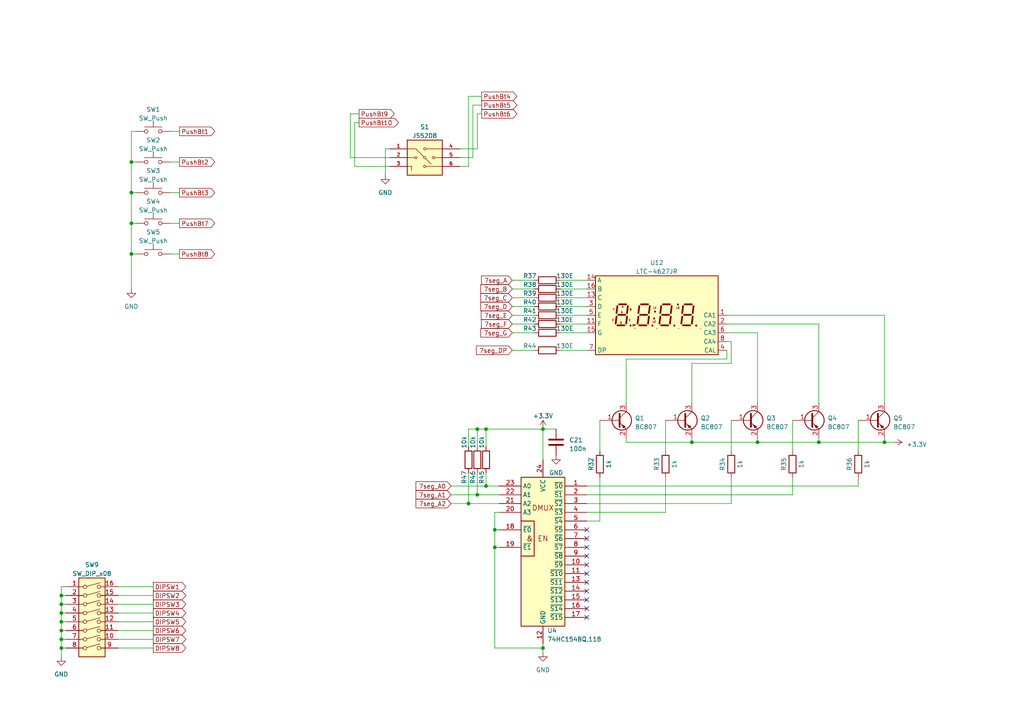
<source format=kicad_sch>
(kicad_sch (version 20230121) (generator eeschema)
  (paper "A4")
  (lib_symbols
    (symbol "74xx_IEEE:74154"
      (property "Reference" "U" (at 6.35 25.4 0))
      (property "Value" "74154" (at 7.62 -21.59 0))
      (symbol "74154_0_0"
        (rectangle (start -6.35 22.86) (end 6.35 -20.32) (stroke (width 0.254)) (fill (type background)))
        (polyline (pts (xy -6.35 10.16) (xy -2.54 10.16) (xy -2.54 0) (xy -6.35 0) (xy -6.35 0)) (stroke (width 0.254)) (fill (type background)))
        (text "&" (at -3.81 5.08 0) (effects (font (size 1.524 1.524))))
        (text "DMUX" (at 0 13.97 0) (effects (font (size 1.524 1.524))))
        (text "EN" (at 0 5.08 0) (effects (font (size 1.524 1.524))))
        (pin power_in line (at 0 -25.4 90) (length 5.08) (name "GND") (number "12"))
        (pin power_in line (at 0 27.94 270) (length 5.08) (name "VCC") (number "24"))
      )
      (symbol "74154_1_1"
        (pin output line (at 12.7 20.32 180) (length 6.35) (name "~{S0}") (number "1"))
        (pin output line (at 12.7 -2.54 180) (length 6.35) (name "~{S9}") (number "10"))
        (pin output line (at 12.7 -5.08 180) (length 6.35) (name "~{S10}") (number "11"))
        (pin output line (at 12.7 -7.62 180) (length 6.35) (name "~{S11}") (number "13"))
        (pin output line (at 12.7 -10.16 180) (length 6.35) (name "~{S12}") (number "14"))
        (pin input line (at 12.7 -12.7 180) (length 6.35) (name "~{S13}") (number "15"))
        (pin output line (at 12.7 -15.24 180) (length 6.35) (name "~{S14}") (number "16"))
        (pin output line (at 12.7 -17.78 180) (length 6.35) (name "~{S15}") (number "17"))
        (pin input line (at -12.7 7.62 0) (length 6.35) (name "~{E0}") (number "18"))
        (pin input line (at -12.7 2.54 0) (length 6.35) (name "~{E1}") (number "19"))
        (pin output line (at 12.7 17.78 180) (length 6.35) (name "~{S1}") (number "2"))
        (pin input line (at -12.7 12.7 0) (length 6.35) (name "A3") (number "20"))
        (pin input line (at -12.7 15.24 0) (length 6.35) (name "A2") (number "21"))
        (pin input line (at -12.7 17.78 0) (length 6.35) (name "A1") (number "22"))
        (pin input line (at -12.7 20.32 0) (length 6.35) (name "A0") (number "23"))
        (pin output line (at 12.7 15.24 180) (length 6.35) (name "~{S2}") (number "3"))
        (pin output line (at 12.7 12.7 180) (length 6.35) (name "~{S3}") (number "4"))
        (pin output line (at 12.7 10.16 180) (length 6.35) (name "~{S4}") (number "5"))
        (pin output line (at 12.7 7.62 180) (length 6.35) (name "~{S5}") (number "6"))
        (pin output line (at 12.7 5.08 180) (length 6.35) (name "~{S6}") (number "7"))
        (pin output line (at 12.7 2.54 180) (length 6.35) (name "~{S7}") (number "8"))
        (pin output line (at 12.7 0 180) (length 6.35) (name "~{S8}") (number "9"))
      )
    )
    (symbol "Device:C" (pin_numbers hide) (pin_names (offset 0.254))
      (property "Reference" "C" (at 0.635 2.54 0))
      (property "Value" "C" (at 0.635 -2.54 0))
      (symbol "C_0_1"
        (polyline (pts (xy -2.032 -0.762) (xy 2.032 -0.762)) (stroke (width 0.508)))
        (polyline (pts (xy -2.032 0.762) (xy 2.032 0.762)) (stroke (width 0.508)))
      )
      (symbol "C_1_1"
        (pin passive line (at 0 3.81 270) (length 2.794) (name "~") (number "1"))
        (pin passive line (at 0 -3.81 90) (length 2.794) (name "~") (number "2"))
      )
    )
    (symbol "Device:R" (pin_numbers hide) (pin_names (offset 0))
      (property "Reference" "R" (at 2.032 0 90))
      (property "Value" "R" (at 0 0 90))
      (symbol "R_0_1"
        (rectangle (start -1.016 -2.54) (end 1.016 2.54) (stroke (width 0.254)))
      )
      (symbol "R_1_1"
        (pin passive line (at 0 3.81 270) (length 1.27) (name "~") (number "1"))
        (pin passive line (at 0 -3.81 90) (length 1.27) (name "~") (number "2"))
      )
    )
    (symbol "Display_Character:LTC-4627JR"
      (property "Reference" "U" (at -17.78 12.7 0))
      (property "Value" "LTC-4627JR" (at 17.78 12.7 0))
      (symbol "LTC-4627JR_0_1"
        (rectangle (start -17.78 -11.43) (end 17.78 11.43) (stroke (width 0.254)) (fill (type background)))
        (rectangle (start -6.35 -3.81) (end -6.35 -3.81) (stroke (width 0.254)))
        (rectangle (start 0 -3.81) (end 0 -3.81) (stroke (width 0.254)))
        (polyline (pts (xy -6.35 -3.81) (xy -6.35 -3.81)) (stroke (width 0.254)))
        (polyline (pts (xy 0 -3.81) (xy 0 -3.81)) (stroke (width 0.254)))
        (polyline (pts (xy 6.35 -3.81) (xy 6.35 -3.81)) (stroke (width 0.254)))
        (polyline (pts (xy 12.7 -3.81) (xy 12.7 -3.81)) (stroke (width 0.254)))
        (rectangle (start 6.35 -3.81) (end 6.35 -3.81) (stroke (width 0.254)))
        (rectangle (start 12.7 -3.81) (end 12.7 -3.81) (stroke (width 0.254)))
      )
      (symbol "LTC-4627JR_1_0"
        (text "A" (at -9.906 2.413 0) (effects (font (size 0.508 0.508))))
        (text "B" (at -7.62 1.651 0) (effects (font (size 0.508 0.508))))
        (text "C" (at -7.874 -1.397 0) (effects (font (size 0.508 0.508))))
        (text "D" (at -10.414 -2.159 0) (effects (font (size 0.508 0.508))))
        (text "DP" (at -6.604 -2.921 0) (effects (font (size 0.508 0.508))))
        (text "E" (at -12.7 -1.397 0) (effects (font (size 0.508 0.508))))
        (text "F" (at -12.446 1.651 0) (effects (font (size 0.508 0.508))))
        (text "G" (at -10.16 0.889 0) (effects (font (size 0.508 0.508))))
        (text "L1" (at -0.508 2.159 0) (effects (font (size 0.508 0.508))))
        (text "L2" (at -0.762 -1.905 0) (effects (font (size 0.508 0.508))))
        (text "L3" (at 6.096 2.159 0) (effects (font (size 0.508 0.508))))
      )
      (symbol "LTC-4627JR_1_1"
        (polyline (pts (xy -11.684 -0.381) (xy -11.938 -2.413)) (stroke (width 0.508)))
        (polyline (pts (xy -11.43 -2.921) (xy -9.398 -2.921)) (stroke (width 0.508)))
        (polyline (pts (xy -11.43 2.667) (xy -11.684 0.635)) (stroke (width 0.508)))
        (polyline (pts (xy -11.176 0.127) (xy -9.144 0.127)) (stroke (width 0.508)))
        (polyline (pts (xy -10.922 3.175) (xy -8.89 3.175)) (stroke (width 0.508)))
        (polyline (pts (xy -8.636 -0.381) (xy -8.89 -2.413)) (stroke (width 0.508)))
        (polyline (pts (xy -8.382 2.667) (xy -8.636 0.635)) (stroke (width 0.508)))
        (polyline (pts (xy -7.62 -3.048) (xy -7.62 -2.921)) (stroke (width 0.508)))
        (polyline (pts (xy -5.334 -0.381) (xy -5.588 -2.413)) (stroke (width 0.508)))
        (polyline (pts (xy -5.08 -2.921) (xy -3.048 -2.921)) (stroke (width 0.508)))
        (polyline (pts (xy -5.08 2.667) (xy -5.334 0.635)) (stroke (width 0.508)))
        (polyline (pts (xy -4.826 0.127) (xy -2.794 0.127)) (stroke (width 0.508)))
        (polyline (pts (xy -4.572 3.175) (xy -2.54 3.175)) (stroke (width 0.508)))
        (polyline (pts (xy -2.286 -0.381) (xy -2.54 -2.413)) (stroke (width 0.508)))
        (polyline (pts (xy -2.032 2.667) (xy -2.286 0.635)) (stroke (width 0.508)))
        (polyline (pts (xy -1.27 -3.048) (xy -1.27 -2.921)) (stroke (width 0.508)))
        (polyline (pts (xy -0.762 -1.016) (xy -0.762 -0.889)) (stroke (width 0.508)))
        (polyline (pts (xy -0.508 1.016) (xy -0.508 1.143)) (stroke (width 0.508)))
        (polyline (pts (xy 1.016 -0.381) (xy 0.762 -2.413)) (stroke (width 0.508)))
        (polyline (pts (xy 1.27 -2.921) (xy 3.302 -2.921)) (stroke (width 0.508)))
        (polyline (pts (xy 1.27 2.667) (xy 1.016 0.635)) (stroke (width 0.508)))
        (polyline (pts (xy 1.524 0.127) (xy 3.556 0.127)) (stroke (width 0.508)))
        (polyline (pts (xy 1.778 3.175) (xy 3.81 3.175)) (stroke (width 0.508)))
        (polyline (pts (xy 4.064 -0.381) (xy 3.81 -2.413)) (stroke (width 0.508)))
        (polyline (pts (xy 4.318 2.667) (xy 4.064 0.635)) (stroke (width 0.508)))
        (polyline (pts (xy 5.08 -3.048) (xy 5.08 -2.921)) (stroke (width 0.508)))
        (polyline (pts (xy 6.096 3.048) (xy 6.096 3.175)) (stroke (width 0.508)))
        (polyline (pts (xy 7.366 -0.381) (xy 7.112 -2.413)) (stroke (width 0.508)))
        (polyline (pts (xy 7.62 -2.921) (xy 9.652 -2.921)) (stroke (width 0.508)))
        (polyline (pts (xy 7.62 2.667) (xy 7.366 0.635)) (stroke (width 0.508)))
        (polyline (pts (xy 7.874 0.127) (xy 9.906 0.127)) (stroke (width 0.508)))
        (polyline (pts (xy 8.128 3.175) (xy 10.16 3.175)) (stroke (width 0.508)))
        (polyline (pts (xy 10.414 -0.381) (xy 10.16 -2.413)) (stroke (width 0.508)))
        (polyline (pts (xy 10.668 2.667) (xy 10.414 0.635)) (stroke (width 0.508)))
        (polyline (pts (xy 11.43 -3.048) (xy 11.43 -2.921)) (stroke (width 0.508)))
        (pin input line (at 20.32 0 180) (length 2.54) (name "CA1") (number "1"))
        (pin input line (at -20.32 -2.54 0) (length 2.54) (name "F") (number "11"))
        (pin input line (at -20.32 5.08 0) (length 2.54) (name "C") (number "13"))
        (pin input line (at -20.32 10.16 0) (length 2.54) (name "A") (number "14"))
        (pin input line (at -20.32 -5.08 0) (length 2.54) (name "G") (number "15"))
        (pin input line (at -20.32 7.62 0) (length 2.54) (name "B") (number "16"))
        (pin input line (at 20.32 -2.54 180) (length 2.54) (name "CA2") (number "2"))
        (pin input line (at -20.32 2.54 0) (length 2.54) (name "D") (number "3"))
        (pin input line (at 20.32 -10.16 180) (length 2.54) (name "CAL") (number "4"))
        (pin input line (at -20.32 0 0) (length 2.54) (name "E") (number "5"))
        (pin input line (at 20.32 -5.08 180) (length 2.54) (name "CA3") (number "6"))
        (pin input line (at -20.32 -10.16 0) (length 2.54) (name "DP") (number "7"))
        (pin input line (at 20.32 -7.62 180) (length 2.54) (name "CA4") (number "8"))
        (pin no_connect line (at 17.78 7.62 180) (length 2.54) hide (name "NC") (number "9"))
      )
    )
    (symbol "Switch:SW_DIP_x08" (pin_names (offset 0) hide)
      (property "Reference" "SW" (at 0 13.97 0))
      (property "Value" "SW_DIP_x08" (at 0 -11.43 0))
      (symbol "SW_DIP_x08_0_0"
        (circle (center -2.032 -7.62) (radius 0.508))
        (circle (center -2.032 -5.08) (radius 0.508))
        (circle (center -2.032 -2.54) (radius 0.508))
        (circle (center -2.032 0) (radius 0.508))
        (circle (center -2.032 2.54) (radius 0.508))
        (circle (center -2.032 5.08) (radius 0.508))
        (circle (center -2.032 7.62) (radius 0.508))
        (circle (center -2.032 10.16) (radius 0.508))
        (polyline (pts (xy -1.524 -7.4676) (xy 2.3622 -6.4262)))
        (polyline (pts (xy -1.524 -4.9276) (xy 2.3622 -3.8862)))
        (polyline (pts (xy -1.524 -2.3876) (xy 2.3622 -1.3462)))
        (polyline (pts (xy -1.524 0.127) (xy 2.3622 1.1684)))
        (polyline (pts (xy -1.524 2.667) (xy 2.3622 3.7084)))
        (polyline (pts (xy -1.524 5.207) (xy 2.3622 6.2484)))
        (polyline (pts (xy -1.524 7.747) (xy 2.3622 8.7884)))
        (polyline (pts (xy -1.524 10.287) (xy 2.3622 11.3284)))
        (circle (center 2.032 -7.62) (radius 0.508))
        (circle (center 2.032 -5.08) (radius 0.508))
        (circle (center 2.032 -2.54) (radius 0.508))
        (circle (center 2.032 0) (radius 0.508))
        (circle (center 2.032 2.54) (radius 0.508))
        (circle (center 2.032 5.08) (radius 0.508))
        (circle (center 2.032 7.62) (radius 0.508))
        (circle (center 2.032 10.16) (radius 0.508))
      )
      (symbol "SW_DIP_x08_0_1"
        (rectangle (start -3.81 12.7) (end 3.81 -10.16) (stroke (width 0.254)) (fill (type background)))
      )
      (symbol "SW_DIP_x08_1_1"
        (pin passive line (at -7.62 10.16 0) (length 5.08) (name "~") (number "1"))
        (pin passive line (at 7.62 -5.08 180) (length 5.08) (name "~") (number "10"))
        (pin passive line (at 7.62 -2.54 180) (length 5.08) (name "~") (number "11"))
        (pin passive line (at 7.62 0 180) (length 5.08) (name "~") (number "12"))
        (pin passive line (at 7.62 2.54 180) (length 5.08) (name "~") (number "13"))
        (pin passive line (at 7.62 5.08 180) (length 5.08) (name "~") (number "14"))
        (pin passive line (at 7.62 7.62 180) (length 5.08) (name "~") (number "15"))
        (pin passive line (at 7.62 10.16 180) (length 5.08) (name "~") (number "16"))
        (pin passive line (at -7.62 7.62 0) (length 5.08) (name "~") (number "2"))
        (pin passive line (at -7.62 5.08 0) (length 5.08) (name "~") (number "3"))
        (pin passive line (at -7.62 2.54 0) (length 5.08) (name "~") (number "4"))
        (pin passive line (at -7.62 0 0) (length 5.08) (name "~") (number "5"))
        (pin passive line (at -7.62 -2.54 0) (length 5.08) (name "~") (number "6"))
        (pin passive line (at -7.62 -5.08 0) (length 5.08) (name "~") (number "7"))
        (pin passive line (at -7.62 -7.62 0) (length 5.08) (name "~") (number "8"))
        (pin passive line (at 7.62 -7.62 180) (length 5.08) (name "~") (number "9"))
      )
    )
    (symbol "Switch:SW_Push" (pin_numbers hide) (pin_names (offset 1.016) hide)
      (property "Reference" "SW" (at 1.27 2.54 0))
      (property "Value" "SW_Push" (at 0 -1.524 0))
      (symbol "SW_Push_0_1"
        (circle (center -2.032 0) (radius 0.508))
        (polyline (pts (xy 0 1.27) (xy 0 3.048)))
        (polyline (pts (xy 2.54 1.27) (xy -2.54 1.27)))
        (circle (center 2.032 0) (radius 0.508))
        (pin passive line (at -5.08 0 0) (length 2.54) (name "1") (number "1"))
        (pin passive line (at 5.08 0 180) (length 2.54) (name "2") (number "2"))
      )
    )
    (symbol "Transistor_BJT:BC807" (pin_names (offset 0) hide)
      (property "Reference" "Q" (at 5.08 1.905 0))
      (property "Value" "BC807" (at 5.08 0 0))
      (symbol "BC807_0_1"
        (polyline (pts (xy 0.635 0.635) (xy 2.54 2.54)))
        (polyline (pts (xy 0.635 -0.635) (xy 2.54 -2.54) (xy 2.54 -2.54)))
        (polyline (pts (xy 0.635 1.905) (xy 0.635 -1.905) (xy 0.635 -1.905)) (stroke (width 0.508)))
        (polyline (pts (xy 2.286 -1.778) (xy 1.778 -2.286) (xy 1.27 -1.27) (xy 2.286 -1.778) (xy 2.286 -1.778)) (fill (type outline)))
        (circle (center 1.27 0) (radius 2.8194) (stroke (width 0.254)))
      )
      (symbol "BC807_1_1"
        (pin input line (at -5.08 0 0) (length 5.715) (name "B") (number "1"))
        (pin passive line (at 2.54 -5.08 90) (length 2.54) (name "E") (number "2"))
        (pin passive line (at 2.54 5.08 270) (length 2.54) (name "C") (number "3"))
      )
    )
    (symbol "gecko5education:JS5208" (pin_names (offset 1.016))
      (property "Reference" "S" (at -5.08 6.35 0))
      (property "Value" "JS5208" (at -5.08 -7.62 0))
      (symbol "JS5208_0_0"
        (rectangle (start -5.08 -5.08) (end 5.08 5.08) (stroke (width 0.254)) (fill (type background)))
        (circle (center -2.54 0) (radius 0.3302) (stroke (width 0.1524)))
        (circle (center 0 -2.54) (radius 0.3302) (stroke (width 0.1524)))
        (polyline (pts (xy -5.08 -2.54) (xy -3.81 -2.54)) (stroke (width 0.1524)))
        (polyline (pts (xy -5.08 0) (xy -2.921 0)) (stroke (width 0.1524)))
        (polyline (pts (xy -5.08 2.54) (xy -2.54 2.54)) (stroke (width 0.1524)))
        (polyline (pts (xy -3.81 -2.54) (xy -3.81 -3.81)) (stroke (width 0.1524)))
        (polyline (pts (xy -2.54 2.54) (xy -0.254 0.254)) (stroke (width 0.1524)))
        (polyline (pts (xy 0.254 -0.254) (xy 1.905 -1.905)) (stroke (width 0.1524)))
        (polyline (pts (xy 0.381 -2.54) (xy 5.08 -2.54)) (stroke (width 0.1524)))
        (polyline (pts (xy 0.381 2.54) (xy 5.08 2.54)) (stroke (width 0.1524)))
        (polyline (pts (xy 2.921 0) (xy 5.08 0)) (stroke (width 0.1524)))
        (circle (center 0 0) (radius 0.3302) (stroke (width 0.1524)))
        (circle (center 0 2.54) (radius 0.3302) (stroke (width 0.1524)))
        (circle (center 2.54 0) (radius 0.3302) (stroke (width 0.1524)))
        (pin passive line (at -10.16 2.54 0) (length 5.08) (name "~") (number "1"))
        (pin passive line (at -10.16 0 0) (length 5.08) (name "~") (number "2"))
        (pin passive line (at -10.16 -2.54 0) (length 5.08) (name "~") (number "3"))
        (pin passive line (at 10.16 2.54 180) (length 5.08) (name "~") (number "4"))
        (pin passive line (at 10.16 0 180) (length 5.08) (name "~") (number "5"))
        (pin passive line (at 10.16 -2.54 180) (length 5.08) (name "~") (number "6"))
      )
    )
    (symbol "power:+3.3V" (power) (pin_names (offset 0))
      (property "Value" "+3.3V" (at 0 3.556 0))
      (symbol "+3.3V_0_1"
        (polyline (pts (xy -0.762 1.27) (xy 0 2.54)))
        (polyline (pts (xy 0 0) (xy 0 2.54)))
        (polyline (pts (xy 0 2.54) (xy 0.762 1.27)))
      )
      (symbol "+3.3V_1_1"
        (pin power_in line (at 0 0 90) (length 0) hide (name "+3.3V") (number "1"))
      )
    )
    (symbol "power:GND" (power) (pin_names (offset 0))
      (property "Value" "GND" (at 0 -3.81 0))
      (symbol "GND_0_1"
        (polyline (pts (xy 0 0) (xy 0 -1.27) (xy 1.27 -1.27) (xy 0 -2.54) (xy -1.27 -1.27) (xy 0 -1.27)))
      )
      (symbol "GND_1_1"
        (pin power_in line (at 0 0 270) (length 0) hide (name "GND") (number "1"))
      )
    )
  )
  (junction (at 219.71 128.27))
  (junction (at 38.1 64.77))
  (junction (at 38.1 46.99))
  (junction (at 143.51 158.75))
  (junction (at 17.78 172.72))
  (junction (at 38.1 73.66))
  (junction (at 17.78 185.42))
  (junction (at 140.97 124.46))
  (junction (at 140.97 140.97))
  (junction (at 17.78 177.8))
  (junction (at 135.89 146.05))
  (junction (at 200.66 128.27))
  (junction (at 17.78 182.88))
  (junction (at 138.43 143.51))
  (junction (at 143.51 153.67))
  (junction (at 256.54 128.27))
  (junction (at 157.48 187.96))
  (junction (at 38.1 55.88))
  (junction (at 138.43 124.46))
  (junction (at 17.78 175.26))
  (junction (at 237.49 128.27))
  (junction (at 157.48 124.46))
  (junction (at 17.78 180.34))
  (junction (at 17.78 187.96))
  (no_connect (at 170.18 153.67))
  (no_connect (at 170.18 168.91))
  (no_connect (at 170.18 158.75))
  (no_connect (at 170.18 163.83))
  (no_connect (at 170.18 171.45))
  (no_connect (at 170.18 173.99))
  (no_connect (at 170.18 166.37))
  (no_connect (at 170.18 156.21))
  (no_connect (at 170.18 161.29))
  (no_connect (at 170.18 179.07))
  (no_connect (at 170.18 176.53))
  (wire (pts (xy 17.78 172.72) (xy 17.78 175.26)))
  (wire (pts (xy 104.14 33.02) (xy 101.6 33.02)))
  (wire (pts (xy 210.82 93.98) (xy 237.49 93.98)))
  (wire (pts (xy 229.87 121.92) (xy 229.87 130.81)))
  (wire (pts (xy 148.59 101.6) (xy 154.94 101.6)))
  (wire (pts (xy 101.6 45.72) (xy 113.03 45.72)))
  (wire (pts (xy 34.29 180.34) (xy 44.45 180.34)))
  (wire (pts (xy 133.35 48.26) (xy 135.89 48.26)))
  (wire (pts (xy 229.87 138.43) (xy 229.87 143.51)))
  (wire (pts (xy 148.59 83.82) (xy 154.94 83.82)))
  (wire (pts (xy 210.82 99.06) (xy 212.09 99.06)))
  (wire (pts (xy 143.51 187.96) (xy 143.51 158.75)))
  (wire (pts (xy 104.14 35.56) (xy 102.87 35.56)))
  (wire (pts (xy 143.51 158.75) (xy 144.78 158.75)))
  (wire (pts (xy 135.89 124.46) (xy 138.43 124.46)))
  (wire (pts (xy 17.78 187.96) (xy 19.05 187.96)))
  (wire (pts (xy 157.48 186.69) (xy 157.48 187.96)))
  (wire (pts (xy 17.78 187.96) (xy 17.78 190.5)))
  (wire (pts (xy 17.78 170.18) (xy 17.78 172.72)))
  (wire (pts (xy 173.99 121.92) (xy 173.99 130.81)))
  (wire (pts (xy 139.7 33.02) (xy 138.43 33.02)))
  (wire (pts (xy 248.92 121.92) (xy 248.92 130.81)))
  (wire (pts (xy 130.81 140.97) (xy 140.97 140.97)))
  (wire (pts (xy 135.89 27.94) (xy 135.89 48.26)))
  (wire (pts (xy 49.53 46.99) (xy 52.07 46.99)))
  (wire (pts (xy 17.78 177.8) (xy 17.78 180.34)))
  (wire (pts (xy 34.29 177.8) (xy 44.45 177.8)))
  (wire (pts (xy 212.09 146.05) (xy 212.09 138.43)))
  (wire (pts (xy 38.1 64.77) (xy 38.1 73.66)))
  (wire (pts (xy 181.61 127) (xy 181.61 128.27)))
  (wire (pts (xy 157.48 124.46) (xy 161.29 124.46)))
  (wire (pts (xy 130.81 143.51) (xy 138.43 143.51)))
  (wire (pts (xy 148.59 91.44) (xy 154.94 91.44)))
  (wire (pts (xy 144.78 148.59) (xy 143.51 148.59)))
  (wire (pts (xy 173.99 151.13) (xy 173.99 138.43)))
  (wire (pts (xy 38.1 55.88) (xy 39.37 55.88)))
  (wire (pts (xy 139.7 30.48) (xy 137.16 30.48)))
  (wire (pts (xy 148.59 81.28) (xy 154.94 81.28)))
  (wire (pts (xy 193.04 148.59) (xy 170.18 148.59)))
  (wire (pts (xy 34.29 172.72) (xy 44.45 172.72)))
  (wire (pts (xy 17.78 185.42) (xy 17.78 187.96)))
  (wire (pts (xy 162.56 86.36) (xy 170.18 86.36)))
  (wire (pts (xy 111.76 50.8) (xy 111.76 43.18)))
  (wire (pts (xy 137.16 30.48) (xy 137.16 45.72)))
  (wire (pts (xy 49.53 64.77) (xy 52.07 64.77)))
  (wire (pts (xy 38.1 55.88) (xy 38.1 64.77)))
  (wire (pts (xy 193.04 121.92) (xy 193.04 130.81)))
  (wire (pts (xy 130.81 146.05) (xy 135.89 146.05)))
  (wire (pts (xy 256.54 91.44) (xy 256.54 116.84)))
  (wire (pts (xy 237.49 127) (xy 237.49 128.27)))
  (wire (pts (xy 200.66 105.41) (xy 200.66 116.84)))
  (wire (pts (xy 237.49 128.27) (xy 256.54 128.27)))
  (wire (pts (xy 140.97 124.46) (xy 140.97 129.54)))
  (wire (pts (xy 256.54 128.27) (xy 256.54 127)))
  (wire (pts (xy 181.61 104.14) (xy 210.82 104.14)))
  (wire (pts (xy 17.78 175.26) (xy 17.78 177.8)))
  (wire (pts (xy 181.61 116.84) (xy 181.61 104.14)))
  (wire (pts (xy 38.1 46.99) (xy 39.37 46.99)))
  (wire (pts (xy 34.29 175.26) (xy 44.45 175.26)))
  (wire (pts (xy 157.48 124.46) (xy 157.48 133.35)))
  (wire (pts (xy 135.89 129.54) (xy 135.89 124.46)))
  (wire (pts (xy 101.6 33.02) (xy 101.6 45.72)))
  (wire (pts (xy 135.89 137.16) (xy 135.89 146.05)))
  (wire (pts (xy 229.87 143.51) (xy 170.18 143.51)))
  (wire (pts (xy 111.76 43.18) (xy 113.03 43.18)))
  (wire (pts (xy 34.29 182.88) (xy 44.45 182.88)))
  (wire (pts (xy 138.43 143.51) (xy 138.43 137.16)))
  (wire (pts (xy 212.09 121.92) (xy 212.09 130.81)))
  (wire (pts (xy 200.66 128.27) (xy 219.71 128.27)))
  (wire (pts (xy 181.61 128.27) (xy 200.66 128.27)))
  (wire (pts (xy 248.92 140.97) (xy 248.92 138.43)))
  (wire (pts (xy 17.78 175.26) (xy 19.05 175.26)))
  (wire (pts (xy 144.78 143.51) (xy 138.43 143.51)))
  (wire (pts (xy 170.18 151.13) (xy 173.99 151.13)))
  (wire (pts (xy 210.82 96.52) (xy 219.71 96.52)))
  (wire (pts (xy 200.66 127) (xy 200.66 128.27)))
  (wire (pts (xy 219.71 128.27) (xy 237.49 128.27)))
  (wire (pts (xy 148.59 96.52) (xy 154.94 96.52)))
  (wire (pts (xy 38.1 73.66) (xy 39.37 73.66)))
  (wire (pts (xy 34.29 185.42) (xy 44.45 185.42)))
  (wire (pts (xy 143.51 153.67) (xy 143.51 158.75)))
  (wire (pts (xy 140.97 137.16) (xy 140.97 140.97)))
  (wire (pts (xy 148.59 88.9) (xy 154.94 88.9)))
  (wire (pts (xy 212.09 99.06) (xy 212.09 105.41)))
  (wire (pts (xy 38.1 64.77) (xy 39.37 64.77)))
  (wire (pts (xy 17.78 182.88) (xy 19.05 182.88)))
  (wire (pts (xy 135.89 146.05) (xy 144.78 146.05)))
  (wire (pts (xy 193.04 138.43) (xy 193.04 148.59)))
  (wire (pts (xy 49.53 55.88) (xy 52.07 55.88)))
  (wire (pts (xy 210.82 104.14) (xy 210.82 101.6)))
  (wire (pts (xy 38.1 38.1) (xy 38.1 46.99)))
  (wire (pts (xy 138.43 124.46) (xy 138.43 129.54)))
  (wire (pts (xy 138.43 33.02) (xy 138.43 43.18)))
  (wire (pts (xy 143.51 148.59) (xy 143.51 153.67)))
  (wire (pts (xy 148.59 93.98) (xy 154.94 93.98)))
  (wire (pts (xy 138.43 124.46) (xy 140.97 124.46)))
  (wire (pts (xy 219.71 127) (xy 219.71 128.27)))
  (wire (pts (xy 157.48 187.96) (xy 143.51 187.96)))
  (wire (pts (xy 210.82 91.44) (xy 256.54 91.44)))
  (wire (pts (xy 38.1 46.99) (xy 38.1 55.88)))
  (wire (pts (xy 162.56 81.28) (xy 170.18 81.28)))
  (wire (pts (xy 140.97 124.46) (xy 157.48 124.46)))
  (wire (pts (xy 157.48 187.96) (xy 157.48 189.23)))
  (wire (pts (xy 170.18 140.97) (xy 248.92 140.97)))
  (wire (pts (xy 162.56 91.44) (xy 170.18 91.44)))
  (wire (pts (xy 219.71 96.52) (xy 219.71 116.84)))
  (wire (pts (xy 102.87 48.26) (xy 113.03 48.26)))
  (wire (pts (xy 170.18 146.05) (xy 212.09 146.05)))
  (wire (pts (xy 133.35 45.72) (xy 137.16 45.72)))
  (wire (pts (xy 102.87 35.56) (xy 102.87 48.26)))
  (wire (pts (xy 34.29 187.96) (xy 44.45 187.96)))
  (wire (pts (xy 256.54 128.27) (xy 259.08 128.27)))
  (wire (pts (xy 17.78 185.42) (xy 19.05 185.42)))
  (wire (pts (xy 237.49 93.98) (xy 237.49 116.84)))
  (wire (pts (xy 148.59 86.36) (xy 154.94 86.36)))
  (wire (pts (xy 38.1 73.66) (xy 38.1 83.82)))
  (wire (pts (xy 19.05 170.18) (xy 17.78 170.18)))
  (wire (pts (xy 139.7 27.94) (xy 135.89 27.94)))
  (wire (pts (xy 49.53 38.1) (xy 52.07 38.1)))
  (wire (pts (xy 133.35 43.18) (xy 138.43 43.18)))
  (wire (pts (xy 34.29 170.18) (xy 44.45 170.18)))
  (wire (pts (xy 162.56 101.6) (xy 170.18 101.6)))
  (wire (pts (xy 162.56 83.82) (xy 170.18 83.82)))
  (wire (pts (xy 17.78 172.72) (xy 19.05 172.72)))
  (wire (pts (xy 17.78 182.88) (xy 17.78 185.42)))
  (wire (pts (xy 17.78 180.34) (xy 19.05 180.34)))
  (wire (pts (xy 212.09 105.41) (xy 200.66 105.41)))
  (wire (pts (xy 162.56 88.9) (xy 170.18 88.9)))
  (wire (pts (xy 140.97 140.97) (xy 144.78 140.97)))
  (wire (pts (xy 39.37 38.1) (xy 38.1 38.1)))
  (wire (pts (xy 17.78 177.8) (xy 19.05 177.8)))
  (wire (pts (xy 162.56 93.98) (xy 170.18 93.98)))
  (wire (pts (xy 143.51 153.67) (xy 144.78 153.67)))
  (wire (pts (xy 17.78 180.34) (xy 17.78 182.88)))
  (wire (pts (xy 49.53 73.66) (xy 52.07 73.66)))
  (wire (pts (xy 162.56 96.52) (xy 170.18 96.52)))
  (global_label "PushBt5" (shape output) (at 139.7 30.48 0) (property "Intersheetrefs" "${INTERSHEET_REFS}" (effects hide)))
  (global_label "7seg_A" (shape input) (at 148.59 81.28 180) (property "Intersheetrefs" "${INTERSHEET_REFS}" (effects hide)))
  (global_label "DIPSW6" (shape output) (at 44.45 182.88 0) (property "Intersheetrefs" "${INTERSHEET_REFS}" (effects hide)))
  (global_label "7seg_A2" (shape input) (at 130.81 146.05 180) (property "Intersheetrefs" "${INTERSHEET_REFS}" (effects hide)))
  (global_label "7seg_G" (shape input) (at 148.59 96.52 180) (property "Intersheetrefs" "${INTERSHEET_REFS}" (effects hide)))
  (global_label "PushBt1" (shape output) (at 52.07 38.1 0) (property "Intersheetrefs" "${INTERSHEET_REFS}" (effects hide)))
  (global_label "PushBt10" (shape output) (at 104.14 35.56 0) (property "Intersheetrefs" "${INTERSHEET_REFS}" (effects hide)))
  (global_label "PushBt8" (shape output) (at 52.07 73.66 0) (property "Intersheetrefs" "${INTERSHEET_REFS}" (effects hide)))
  (global_label "7seg_B" (shape input) (at 148.59 83.82 180) (property "Intersheetrefs" "${INTERSHEET_REFS}" (effects hide)))
  (global_label "7seg_D" (shape input) (at 148.59 88.9 180) (property "Intersheetrefs" "${INTERSHEET_REFS}" (effects hide)))
  (global_label "DIPSW3" (shape output) (at 44.45 175.26 0) (property "Intersheetrefs" "${INTERSHEET_REFS}" (effects hide)))
  (global_label "7seg_DP" (shape input) (at 148.59 101.6 180) (property "Intersheetrefs" "${INTERSHEET_REFS}" (effects hide)))
  (global_label "DIPSW4" (shape output) (at 44.45 177.8 0) (property "Intersheetrefs" "${INTERSHEET_REFS}" (effects hide)))
  (global_label "PushBt7" (shape output) (at 52.07 64.77 0) (property "Intersheetrefs" "${INTERSHEET_REFS}" (effects hide)))
  (global_label "7seg_F" (shape input) (at 148.59 93.98 180) (property "Intersheetrefs" "${INTERSHEET_REFS}" (effects hide)))
  (global_label "7seg_A0" (shape input) (at 130.81 140.97 180) (property "Intersheetrefs" "${INTERSHEET_REFS}" (effects hide)))
  (global_label "DIPSW8" (shape output) (at 44.45 187.96 0) (property "Intersheetrefs" "${INTERSHEET_REFS}" (effects hide)))
  (global_label "PushBt3" (shape output) (at 52.07 55.88 0) (property "Intersheetrefs" "${INTERSHEET_REFS}" (effects hide)))
  (global_label "PushBt4" (shape output) (at 139.7 27.94 0) (property "Intersheetrefs" "${INTERSHEET_REFS}" (effects hide)))
  (global_label "DIPSW1" (shape output) (at 44.45 170.18 0) (property "Intersheetrefs" "${INTERSHEET_REFS}" (effects hide)))
  (global_label "DIPSW2" (shape output) (at 44.45 172.72 0) (property "Intersheetrefs" "${INTERSHEET_REFS}" (effects hide)))
  (global_label "PushBt2" (shape output) (at 52.07 46.99 0) (property "Intersheetrefs" "${INTERSHEET_REFS}" (effects hide)))
  (global_label "PushBt6" (shape output) (at 139.7 33.02 0) (property "Intersheetrefs" "${INTERSHEET_REFS}" (effects hide)))
  (global_label "DIPSW7" (shape output) (at 44.45 185.42 0) (property "Intersheetrefs" "${INTERSHEET_REFS}" (effects hide)))
  (global_label "7seg_C" (shape input) (at 148.59 86.36 180) (property "Intersheetrefs" "${INTERSHEET_REFS}" (effects hide)))
  (global_label "7seg_E" (shape input) (at 148.59 91.44 180) (property "Intersheetrefs" "${INTERSHEET_REFS}" (effects hide)))
  (global_label "PushBt9" (shape output) (at 104.14 33.02 0) (property "Intersheetrefs" "${INTERSHEET_REFS}" (effects hide)))
  (global_label "DIPSW5" (shape output) (at 44.45 180.34 0) (property "Intersheetrefs" "${INTERSHEET_REFS}" (effects hide)))
  (global_label "7seg_A1" (shape input) (at 130.81 143.51 180) (property "Intersheetrefs" "${INTERSHEET_REFS}" (effects hide)))
  (symbol (lib_id "power:GND") (at 111.76 50.8 0) (unit 1)
    (property "Reference" "#PWR092" (effects hide))
    (property "Value" "GND" (at 111.76 55.88 0))
  )
  (symbol (lib_id "Switch:SW_Push") (at 44.45 55.88 0) (unit 1)
    (property "Reference" "SW3" (at 44.45 49.53 0))
    (property "Value" "SW_Push" (at 44.45 52.07 0))
    (property "Footprint" "gecko4education:pushbutton" (effects hide))
  )
  (symbol (lib_id "Transistor_BJT:BC807") (at 198.12 121.92 0) (unit 1)
    (property "Reference" "Q2" (at 203.2 121.285 0) (effects (justify left)))
    (property "Value" "BC807" (at 203.2 123.825 0) (effects (justify left)))
    (property "Footprint" "Package_TO_SOT_SMD:SOT-23" (effects hide))
    (property "Datasheet" "https://www.onsemi.com/pub/Collateral/BC808-D.pdf" (effects hide))
  )
  (symbol (lib_id "Transistor_BJT:BC807") (at 179.07 121.92 0) (unit 1)
    (property "Reference" "Q1" (at 184.15 121.285 0) (effects (justify left)))
    (property "Value" "BC807" (at 184.15 123.825 0) (effects (justify left)))
    (property "Footprint" "Package_TO_SOT_SMD:SOT-23" (effects hide))
    (property "Datasheet" "https://www.onsemi.com/pub/Collateral/BC808-D.pdf" (effects hide))
  )
  (symbol (lib_id "Device:R") (at 248.92 134.62 180) (unit 1)
    (property "Reference" "R36" (at 246.38 134.62 90))
    (property "Value" "1k" (at 251.46 134.62 90))
    (property "Footprint" "Resistor_SMD:R_0402_1005Metric" (effects hide))
  )
  (symbol (lib_id "power:+3.3V") (at 157.48 124.46 0) (unit 1)
    (property "Reference" "#PWR058" (effects hide))
    (property "Value" "+3.3V" (at 157.48 120.65 0))
  )
  (symbol (lib_id "Switch:SW_Push") (at 44.45 73.66 0) (unit 1)
    (property "Reference" "SW5" (at 44.45 67.31 0))
    (property "Value" "SW_Push" (at 44.45 69.85 0))
    (property "Footprint" "gecko4education:pushbutton" (effects hide))
  )
  (symbol (lib_id "Switch:SW_Push") (at 44.45 64.77 0) (unit 1)
    (property "Reference" "SW4" (at 44.45 58.42 0))
    (property "Value" "SW_Push" (at 44.45 60.96 0))
    (property "Footprint" "gecko4education:pushbutton" (effects hide))
  )
  (symbol (lib_id "power:GND") (at 38.1 83.82 0) (unit 1)
    (property "Reference" "#PWR076" (effects hide))
    (property "Value" "GND" (at 38.1 88.9 0))
  )
  (symbol (lib_id "power:+3.3V") (at 259.08 128.27 270) (unit 1)
    (property "Reference" "#PWR057" (effects hide))
    (property "Value" "+3.3V" (at 262.89 128.905 90) (effects (justify left)))
  )
  (symbol (lib_id "Switch:SW_Push") (at 44.45 38.1 0) (unit 1)
    (property "Reference" "SW1" (at 44.45 31.75 0))
    (property "Value" "SW_Push" (at 44.45 34.29 0))
    (property "Footprint" "gecko4education:pushbutton" (effects hide))
  )
  (symbol (lib_id "Device:R") (at 135.89 133.35 180) (unit 1)
    (property "Reference" "R47" (at 134.62 138.43 90))
    (property "Value" "10k" (at 134.62 128.27 90))
    (property "Footprint" "Resistor_SMD:R_0402_1005Metric" (effects hide))
  )
  (symbol (lib_id "Device:R") (at 158.75 96.52 270) (unit 1)
    (property "Reference" "R43" (at 153.67 95.25 90))
    (property "Value" "130E" (at 163.83 95.25 90))
    (property "Footprint" "Resistor_SMD:R_0402_1005Metric" (effects hide))
  )
  (symbol (lib_id "Device:R") (at 158.75 91.44 270) (unit 1)
    (property "Reference" "R41" (at 153.67 90.17 90))
    (property "Value" "130E" (at 163.83 90.17 90))
    (property "Footprint" "Resistor_SMD:R_0402_1005Metric" (effects hide))
  )
  (symbol (lib_id "Device:R") (at 158.75 86.36 270) (unit 1)
    (property "Reference" "R39" (at 153.67 85.09 90))
    (property "Value" "130E" (at 163.83 85.09 90))
    (property "Footprint" "Resistor_SMD:R_0402_1005Metric" (effects hide))
  )
  (symbol (lib_id "Device:R") (at 173.99 134.62 180) (unit 1)
    (property "Reference" "R32" (at 171.45 134.62 90))
    (property "Value" "1k" (at 176.53 134.62 90))
    (property "Footprint" "Resistor_SMD:R_0402_1005Metric" (effects hide))
  )
  (symbol (lib_id "Device:R") (at 158.75 101.6 270) (unit 1)
    (property "Reference" "R44" (at 153.67 100.33 90))
    (property "Value" "130E" (at 163.83 100.33 90))
    (property "Footprint" "Resistor_SMD:R_0402_1005Metric" (effects hide))
  )
  (symbol (lib_id "Transistor_BJT:BC807") (at 254 121.92 0) (unit 1)
    (property "Reference" "Q5" (at 259.08 121.285 0) (effects (justify left)))
    (property "Value" "BC807" (at 259.08 123.825 0) (effects (justify left)))
    (property "Footprint" "Package_TO_SOT_SMD:SOT-23" (effects hide))
    (property "Datasheet" "https://www.onsemi.com/pub/Collateral/BC808-D.pdf" (effects hide))
  )
  (symbol (lib_id "Device:R") (at 158.75 83.82 270) (unit 1)
    (property "Reference" "R38" (at 153.67 82.55 90))
    (property "Value" "130E" (at 163.83 82.55 90))
    (property "Footprint" "Resistor_SMD:R_0402_1005Metric" (effects hide))
  )
  (symbol (lib_id "74xx_IEEE:74154") (at 157.48 161.29 0) (unit 1)
    (property "Reference" "U4" (at 158.75 182.88 0) (effects (justify left)))
    (property "Value" "74HC154BQ,118" (at 158.75 185.42 0) (effects (justify left)))
    (property "Footprint" "gecko4education:SOT815-1_3.5_5.5_0.85" (effects hide))
  )
  (symbol (lib_id "Device:R") (at 138.43 133.35 180) (unit 1)
    (property "Reference" "R46" (at 137.16 138.43 90))
    (property "Value" "10k" (at 137.16 128.27 90))
    (property "Footprint" "Resistor_SMD:R_0402_1005Metric" (effects hide))
  )
  (symbol (lib_id "power:GND") (at 17.78 190.5 0) (unit 1)
    (property "Reference" "#PWR078" (effects hide))
    (property "Value" "GND" (at 17.78 195.58 0))
  )
  (symbol (lib_id "Transistor_BJT:BC807") (at 234.95 121.92 0) (unit 1)
    (property "Reference" "Q4" (at 240.03 121.285 0) (effects (justify left)))
    (property "Value" "BC807" (at 240.03 123.825 0) (effects (justify left)))
    (property "Footprint" "Package_TO_SOT_SMD:SOT-23" (effects hide))
    (property "Datasheet" "https://www.onsemi.com/pub/Collateral/BC808-D.pdf" (effects hide))
  )
  (symbol (lib_id "Device:C") (at 161.29 128.27 0) (unit 1)
    (property "Reference" "C21" (at 165.1 127.635 0) (effects (justify left)))
    (property "Value" "100n" (at 165.1 130.175 0) (effects (justify left)))
    (property "Footprint" "Capacitor_SMD:C_0402_1005Metric" (effects hide))
  )
  (symbol (lib_id "gecko5education:JS5208") (at 123.19 45.72 0) (unit 1)
    (property "Reference" "S1" (at 123.19 36.83 0))
    (property "Value" "JS5208" (at 123.19 39.37 0))
    (property "Footprint" "gecko4education:SW_JS5208" (effects hide))
    (property "MAXIMUM_PACKAGE_HEIGHT" "12.6 mm" (effects hide))
    (property "STANDARD" "Manufacturer Recommendations" (effects hide))
    (property "PARTREV" "D" (effects hide))
    (property "MANUFACTURER" "E-Switch" (effects hide))
  )
  (symbol (lib_id "Switch:SW_DIP_x08") (at 26.67 180.34 0) (unit 1)
    (property "Reference" "SW9" (at 26.67 163.83 0))
    (property "Value" "SW_DIP_x08" (at 26.67 166.37 0))
    (property "Footprint" "gecko4education:dipswitch" (effects hide))
  )
  (symbol (lib_id "Device:R") (at 212.09 134.62 180) (unit 1)
    (property "Reference" "R34" (at 209.55 134.62 90))
    (property "Value" "1k" (at 214.63 134.62 90))
    (property "Footprint" "Resistor_SMD:R_0402_1005Metric" (effects hide))
  )
  (symbol (lib_id "power:GND") (at 161.29 132.08 0) (unit 1)
    (property "Reference" "#PWR060" (effects hide))
    (property "Value" "GND" (at 161.29 137.16 0))
  )
  (symbol (lib_id "Device:R") (at 158.75 81.28 270) (unit 1)
    (property "Reference" "R37" (at 153.67 80.01 90))
    (property "Value" "130E" (at 163.83 80.01 90))
    (property "Footprint" "Resistor_SMD:R_0402_1005Metric" (effects hide))
  )
  (symbol (lib_id "Device:R") (at 158.75 93.98 270) (unit 1)
    (property "Reference" "R42" (at 153.67 92.71 90))
    (property "Value" "130E" (at 163.83 92.71 90))
    (property "Footprint" "Resistor_SMD:R_0402_1005Metric" (effects hide))
  )
  (symbol (lib_id "power:GND") (at 157.48 189.23 0) (unit 1)
    (property "Reference" "#PWR059" (effects hide))
    (property "Value" "GND" (at 157.48 194.31 0))
  )
  (symbol (lib_id "Display_Character:LTC-4627JR") (at 190.5 91.44 0) (unit 1)
    (property "Reference" "U12" (at 190.5 76.2 0))
    (property "Value" "LTC-4627JR" (at 190.5 78.74 0))
    (property "Footprint" "Display_7Segment:LTC-4627Jx" (effects hide))
    (property "Datasheet" "http://optoelectronics.liteon.com/upload/download/DS30-2000-185/LTC-4627JR.pdf" (effects hide))
  )
  (symbol (lib_id "Device:R") (at 193.04 134.62 180) (unit 1)
    (property "Reference" "R33" (at 190.5 134.62 90))
    (property "Value" "1k" (at 195.58 134.62 90))
    (property "Footprint" "Resistor_SMD:R_0402_1005Metric" (effects hide))
  )
  (symbol (lib_id "Device:R") (at 229.87 134.62 180) (unit 1)
    (property "Reference" "R35" (at 227.33 134.62 90))
    (property "Value" "1k" (at 232.41 134.62 90))
    (property "Footprint" "Resistor_SMD:R_0402_1005Metric" (effects hide))
  )
  (symbol (lib_id "Device:R") (at 140.97 133.35 180) (unit 1)
    (property "Reference" "R45" (at 139.7 138.43 90))
    (property "Value" "10k" (at 139.7 128.27 90))
    (property "Footprint" "Resistor_SMD:R_0402_1005Metric" (effects hide))
  )
  (symbol (lib_id "Device:R") (at 158.75 88.9 270) (unit 1)
    (property "Reference" "R40" (at 153.67 87.63 90))
    (property "Value" "130E" (at 163.83 87.63 90))
    (property "Footprint" "Resistor_SMD:R_0402_1005Metric" (effects hide))
  )
  (symbol (lib_id "Transistor_BJT:BC807") (at 217.17 121.92 0) (unit 1)
    (property "Reference" "Q3" (at 222.25 121.285 0) (effects (justify left)))
    (property "Value" "BC807" (at 222.25 123.825 0) (effects (justify left)))
    (property "Footprint" "Package_TO_SOT_SMD:SOT-23" (effects hide))
    (property "Datasheet" "https://www.onsemi.com/pub/Collateral/BC808-D.pdf" (effects hide))
  )
  (symbol (lib_id "Switch:SW_Push") (at 44.45 46.99 0) (unit 1)
    (property "Reference" "SW2" (at 44.45 40.64 0))
    (property "Value" "SW_Push" (at 44.45 43.18 0))
    (property "Footprint" "gecko4education:pushbutton" (effects hide))
  )
)
</source>
